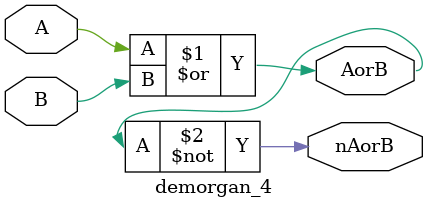
<source format=v>
module demorgan_1
	(
	input A, 
	input B, 
	output nA, 
	output nB,
	output nAandnB
	);

	wire nA;
	wire nB;
	not Ainv(nA, A);
	not Binv(nB, B);
	and andgate(nAandnB, nA, nB);

endmodule

// ~(A*B)
module demorgan_2
	(
	input A,
	input B,
	output AandB,
	output nAandB
	);

	wire AandB;
	wire nAandB;
	and andgate(AandB, A, B);
	not AandBinv(nAandB, AandB);

endmodule

// (~A)+(~B)
module demorgan_3
		(
	input A, 
	input B, 
	output nA, 
	output nB,
	output nAornB
	);

	wire nA;
	wire nB;
	not Ainv(nA, A);
	not Binv(nB, B);
	or orgate(nAornB, nA, nB);

endmodule

// ~(A+B)
module demorgan_4
	(
	input A,
	input B,
	output AorB,
	output nAorB
	);

	wire AorB;
	wire nAorB;
	or orgate(AorB, A, B);
	not AandBinv(nAorB, AorB);

endmodule

</source>
